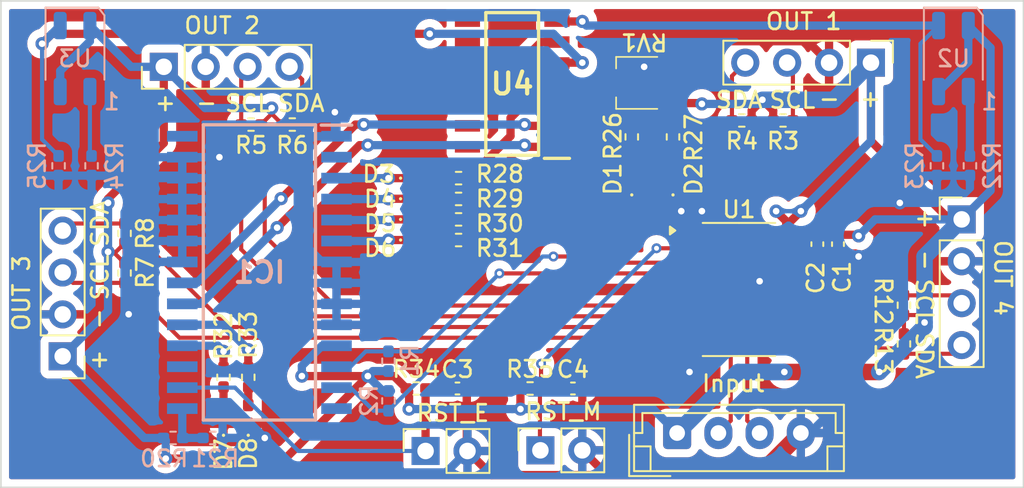
<source format=kicad_pcb>
(kicad_pcb (version 20240108) (generator "pcbnew") (generator_version "8.0")
  (layers (0 "F.Cu" signal) (31 "B.Cu" signal) (34 "B.Paste" user) (35 "F.Paste" user) (36 "B.SilkS" user "B.Silkscreen") (37 "F.SilkS" user "F.Silkscreen") (38 "B.Mask" user) (39 "F.Mask" user) (44 "Edge.Cuts" user))
  (net 0 "")
  (net 1 "+3.3V")
  (net 2 "GND")
  (net 3 "SC0")
  (net 4 "SD0")
  (net 5 "SC1")
  (net 6 "SD1")
  (net 7 "SC2")
  (net 8 "SD2")
  (net 9 "SC3")
  (net 10 "SD3")
  (net 11 "GPA1")
  (net 12 "SDA")
  (net 13 "SCL")
  (net 14 "SC4")
  (net 15 "SD4")
  (net 16 "Net-(D1-A)")
  (net 17 "Net-(D2-A)")
  (net 18 "GPA0")
  (net 19 "GPB0")
  (net 20 "Net-(D3-A)")
  (net 21 "Net-(D4-A)")
  (net 22 "GPB1")
  (net 23 "GPB2")
  (net 24 "Net-(D5-A)")
  (net 25 "GPB3")
  (net 26 "Net-(D6-A)")
  (net 31 "RST_E")
  (net 32 "INTA")
  (net 33 "INTB")
  (net 34 "Net-(IC1-ADDR)")
  (net 35 "RST_M")
  (net 36 "Net-(U2-K)")
  (net 37 "IR_SENSE0")
  (net 38 "Net-(U3-K)")
  (net 39 "IR_SENSE1")
  (net 40 "V_REF")
  (net 47 "Net-(D7-A)")
  (net 48 "Net-(D8-A)")
  (footprint "Capacitor_SMD:C_0402_1005Metric_Pad0.74x0.62mm_HandSolder" (layer "F.Cu") (at 227.5 142.5 -90)
    (property "Reference" "C1")
    (property "Value" "22uF" (hide yes))
  )
  (footprint "Resistor_SMD:R_0402_1005Metric_Pad0.72x0.64mm_HandSolder" (layer "F.Cu") (at 191.75 150.5725 -90)
    (property "Reference" "R33")
    (property "Value" "330R" (hide yes))
  )
  (footprint "User_defined_footprints:Potencjometr 3,2x3,4" (layer "F.Cu") (at 215.75 132.75 180)
    (property "Reference" "RV1")
    (property "Value" "10kR" (hide yes))
  )
  (footprint "Resistor_SMD:R_0402_1005Metric_Pad0.72x0.64mm_HandSolder" (layer "F.Cu") (at 204.5 138.5 180)
    (property "Reference" "R28")
    (property "Value" "330R" (hide yes))
  )
  (footprint "Resistor_SMD:R_0402_1005Metric_Pad0.72x0.64mm_HandSolder" (layer "F.Cu") (at 204.5 141 180)
    (property "Reference" "R30")
    (property "Value" "330R" (hide yes))
  )
  (footprint "Connector_JST:JST_EH_B4B-EH-A_1x04_P2.50mm_Vertical" (layer "F.Cu") (at 217.75 153.95)
    (property "Reference" "J1" (hide yes))
    (property "Value" "Input")
  )
  (footprint "Resistor_SMD:R_0402_1005Metric_Pad0.72x0.64mm_HandSolder" (layer "F.Cu") (at 190.25 150.5725 -90)
    (property "Reference" "R32")
    (property "Value" "330R" (hide yes))
  )
  (footprint "Resistor_SMD:R_0402_1005Metric_Pad0.72x0.64mm_HandSolder" (layer "F.Cu") (at 184.25 141.8475 90)
    (property "Reference" "R8")
    (property "Value" "2,2kR" (hide yes))
  )
  (footprint "LED_SMD:LED_0402_1005Metric_Pad0.77x0.64mm_HandSolder" (layer "F.Cu") (at 202.25 141)
    (property "Reference" "D5")
    (property "Value" "LED" (hide yes))
  )
  (footprint "Resistor_SMD:R_0402_1005Metric_Pad0.72x0.64mm_HandSolder" (layer "F.Cu") (at 184.25 144.25 -90)
    (property "Reference" "R7")
    (property "Value" "2,2kR" (hide yes))
  )
  (footprint "Capacitor_SMD:C_0402_1005Metric_Pad0.74x0.62mm_HandSolder" (layer "F.Cu") (at 204.4325 151.25)
    (property "Reference" "C3")
    (property "Value" "100nF" (hide yes))
  )
  (footprint "Resistor_SMD:R_0402_1005Metric_Pad0.72x0.64mm_HandSolder" (layer "F.Cu") (at 221.67 135 180)
    (property "Reference" "R4")
    (property "Value" "2,2kR" (hide yes))
  )
  (footprint "LED_SMD:LED_0402_1005Metric_Pad0.77x0.64mm_HandSolder" (layer "F.Cu") (at 202.25 138.5)
    (property "Reference" "D3")
    (property "Value" "LED" (hide yes))
  )
  (footprint "Package_SO:TSSOP-24_4.4x7.8mm_P0.65mm" (layer "F.Cu") (at 221.5 145.25)
    (property "Reference" "U1")
    (property "Value" "TCA9548APWR")
  )
  (footprint "Resistor_SMD:R_0402_1005Metric_Pad0.72x0.64mm_HandSolder" (layer "F.Cu") (at 194.42 135.25)
    (property "Reference" "R6")
    (property "Value" "2,2kR" (hide yes))
  )
  (footprint "Connector_PinSocket_2.54mm:PinSocket_1x02_P2.54mm_Vertical" (layer "F.Cu") (at 209.46 155 90)
    (property "Reference" "J6" (hide yes))
    (property "Value" "RST_M")
  )
  (footprint "Resistor_SMD:R_0402_1005Metric_Pad0.72x0.64mm_HandSolder" (layer "F.Cu") (at 217.5 136 -90)
    (property "Reference" "R27")
    (property "Value" "330R" (hide yes))
  )
  (footprint "LED_SMD:LED_0402_1005Metric_Pad0.77x0.64mm_HandSolder" (layer "F.Cu") (at 217.5 138.25 90)
    (property "Reference" "D2")
    (property "Value" "LED" (hide yes))
  )
  (footprint "Resistor_SMD:R_0402_1005Metric_Pad0.72x0.64mm_HandSolder" (layer "F.Cu") (at 208.835 151.25)
    (property "Reference" "R35")
    (property "Value" "2,2kR" (hide yes))
  )
  (footprint "LED_SMD:LED_0402_1005Metric_Pad0.77x0.64mm_HandSolder" (layer "F.Cu") (at 202.25 139.75)
    (property "Reference" "D4")
    (property "Value" "LED" (hide yes))
  )
  (footprint "Resistor_SMD:R_0402_1005Metric_Pad0.72x0.64mm_HandSolder" (layer "F.Cu") (at 231.5 146.2025 90)
    (property "Reference" "R12")
    (property "Value" "2,2kR" (hide yes))
  )
  (footprint "Resistor_SMD:R_0402_1005Metric_Pad0.72x0.64mm_HandSolder" (layer "F.Cu") (at 191.92 135.25 180)
    (property "Reference" "R5")
    (property "Value" "2,2kR" (hide yes))
  )
  (footprint "Connector_PinHeader_2.54mm:PinHeader_1x04_P2.54mm_Vertical" (layer "F.Cu") (at 186.63 131.75 90)
    (property "Reference" "J3" (hide yes))
    (property "Value" "OUT 2")
  )
  (footprint "Connector_PinHeader_2.54mm:PinHeader_1x04_P2.54mm_Vertical" (layer "F.Cu") (at 229.5 131.5 -90)
    (property "Reference" "J2" (hide yes))
    (property "Value" "OUT 1")
  )
  (footprint "Resistor_SMD:R_0402_1005Metric_Pad0.72x0.64mm_HandSolder" (layer "F.Cu") (at 215 136 -90)
    (property "Reference" "R26")
    (property "Value" "330R" (hide yes))
  )
  (footprint "Capacitor_SMD:C_0402_1005Metric_Pad0.74x0.62mm_HandSolder" (layer "F.Cu") (at 226.25 142.5 -90)
    (property "Reference" "C2")
    (property "Value" "100nF" (hide yes))
  )
  (footprint "Capacitor_SMD:C_0402_1005Metric_Pad0.74x0.62mm_HandSolder" (layer "F.Cu") (at 211.4325 151.25)
    (property "Reference" "C4")
    (property "Value" "100nF" (hide yes))
  )
  (footprint "LED_SMD:LED_0402_1005Metric_Pad0.77x0.64mm_HandSolder" (layer "F.Cu") (at 215 138.25 90)
    (property "Reference" "D1")
    (property "Value" "LED" (hide yes))
  )
  (footprint "Resistor_SMD:R_0402_1005Metric_Pad0.72x0.64mm_HandSolder" (layer "F.Cu") (at 224.17 135)
    (property "Reference" "R3")
    (property "Value" "2,2kR" (hide yes))
  )
  (footprint "Connector_PinHeader_2.54mm:PinHeader_1x04_P2.54mm_Vertical" (layer "F.Cu") (at 235 141)
    (property "Reference" "J5" (hide yes))
    (property "Value" "OUT 4")
  )
  (footprint "User_defined_footprints:SOIC127P600X175-14N" (layer "F.Cu") (at 207.75 132.79 180)
    (property "Reference" "U4")
    (property "Value" "LM2901" (hide yes))
  )
  (footprint "Resistor_SMD:R_0402_1005Metric_Pad0.72x0.64mm_HandSolder" (layer "F.Cu") (at 204.5 142.25 180)
    (property "Reference" "R31")
    (property "Value" "330R" (hide yes))
  )
  (footprint "Resistor_SMD:R_0402_1005Metric_Pad0.72x0.64mm_HandSolder" (layer "F.Cu") (at 204.5 139.76 180)
    (property "Reference" "R29")
    (property "Value" "330R" (hide yes))
  )
  (footprint "Connector_PinHeader_2.54mm:PinHeader_1x04_P2.54mm_Vertical" (layer "F.Cu") (at 180.5 149.3 180)
    (property "Reference" "J4" (hide yes))
    (property "Value" "OUT 3")
  )
  (footprint "Resistor_SMD:R_0402_1005Metric_Pad0.72x0.64mm_HandSolder" (layer "F.Cu") (at 231.5 148.55 -90)
    (property "Reference" "R13")
    (property "Value" "2,2kR" (hide yes))
  )
  (footprint "LED_SMD:LED_0402_1005Metric_Pad0.77x0.64mm_HandSolder" (layer "F.Cu") (at 202.25 142.25)
    (property "Reference" "D6")
    (property "Value" "LED" (hide yes))
  )
  (footprint "Resistor_SMD:R_0402_1005Metric_Pad0.72x0.64mm_HandSolder" (layer "F.Cu") (at 201.9325 151.25)
    (property "Reference" "R34")
    (property "Value" "2,2kR" (hide yes))
  )
  (footprint "Connector_PinSocket_2.54mm:PinSocket_1x02_P2.54mm_Vertical" (layer "F.Cu") (at 202.5 155.04 90)
    (property "Reference" "J7" (hide yes))
    (property "Value" "RST_E")
  )
  (footprint "LED_SMD:LED_0402_1005Metric_Pad0.77x0.64mm_HandSolder" (layer "F.Cu") (at 190.25 152.8225 90)
    (property "Reference" "D7")
    (property "Value" "LED" (hide yes))
  )
  (footprint "LED_SMD:LED_0402_1005Metric_Pad0.77x0.64mm_HandSolder" (layer "F.Cu") (at 191.75 152.8225 90)
    (property "Reference" "D8")
    (property "Value" "LED" (hide yes))
  )
  (footprint "Resistor_SMD:R_0402_1005Metric_Pad0.72x0.64mm_HandSolder" (layer "B.Cu") (at 200.25 149.5975 90)
    (property "Reference" "R1")
    (property "Value" "2,2kR" (hide yes))
  )
  (footprint "Resistor_SMD:R_0402_1005Metric_Pad0.72x0.64mm_HandSolder" (layer "B.Cu") (at 235.5 137.75 -90)
    (property "Reference" "R22")
    (property "Value" "110R" (hide yes))
  )
  (footprint "Resistor_SMD:R_0402_1005Metric_Pad0.72x0.64mm_HandSolder" (layer "B.Cu") (at 182.25 137.75 -90)
    (property "Reference" "R24")
    (property "Value" "110R" (hide yes))
  )
  (footprint "Resistor_SMD:R_0402_1005Metric_Pad0.72x0.64mm_HandSolder" (layer "B.Cu") (at 187.195 154.25)
    (property "Reference" "R20")
    (property "Value" "1kR" (hide yes))
  )
  (footprint "OptoDevice:Everlight_ITR1201SR10AR" (layer "B.Cu") (at 234.5 131.25 180)
    (property "Reference" "U2")
    (property "Value" "ITR8307-S17-TR8" (hide yes))
  )
  (footprint "Resistor_SMD:R_0402_1005Metric_Pad0.72x0.64mm_HandSolder" (layer "B.Cu") (at 189.5975 154.25)
    (property "Reference" "R21")
    (property "Value" "15kR" (hide yes))
  )
  (footprint "Resistor_SMD:R_0402_1005Metric_Pad0.72x0.64mm_HandSolder" (layer "B.Cu") (at 233.5 137.75 -90)
    (property "Reference" "R23")
    (property "Value" "22kR" (hide yes))
  )
  (footprint "OptoDevice:Everlight_ITR1201SR10AR" (layer "B.Cu") (at 181.25 131.25 180)
    (property "Reference" "U3")
    (property "Value" "ITR8307-S17-TR8" (hide yes))
  )
  (footprint "Resistor_SMD:R_0402_1005Metric_Pad0.72x0.64mm_HandSolder" (layer "B.Cu") (at 200.25 152 -90)
    (property "Reference" "R2")
    (property "Value" "2,2kR" (hide yes))
  )
  (footprint "Resistor_SMD:R_0402_1005Metric_Pad0.72x0.64mm_HandSolder" (layer "B.Cu") (at 180.25 137.75 -90)
    (property "Reference" "R25")
    (property "Value" "22kR" (hide yes))
  )
  (footprint "User_defined_footprints:SOIC127P1030X265-28N" (layer "B.Cu") (at 192.425 144.215 180)
    (property "Reference" "IC1")
    (property "Value" "MCP23018-E_SO" (hide yes))
  )
  (gr_rect (start 176.75 127.75) (end 238.75 157.25) (stroke (width 0.1)) (fill none) (layer "Edge.Cuts"))
  (gr_text "+" (at 228.75 134.25 0) (layer "F.SilkS") (effects (font (size 1 1) (thickness 0.16)) (justify left bottom)))
  (gr_text "SCL" (at 232.15 144.5 -90) (layer "F.SilkS") (effects (font (size 1 1) (thickness 0.16) (bold yes)) (justify left bottom)))
  (gr_text "+" (at 232.25 140.25 -90) (layer "F.SilkS") (effects (font (size 1 1) (thickness 0.16)) (justify left bottom)))
  (gr_text "SDA" (at 183.35 142.75 90) (layer "F.SilkS") (effects (font (size 1 1) (thickness 0.16) (bold yes)) (justify left bottom)))
  (gr_text "SCL" (at 190.25 134.55 0) (layer "F.SilkS") (effects (font (size 1 1) (thickness 0.16) (bold yes)) (justify left bottom)))
  (gr_text "SCL" (at 223.25 134.35 0) (layer "F.SilkS") (effects (font (size 1 1) (thickness 0.16) (bold yes)) (justify left bottom)))
  (gr_text "-" (at 226.25 134.25 0) (layer "F.SilkS") (effects (font (size 1 1) (thickness 0.16)) (justify left bottom)))
  (gr_text "-" (at 183.25 147.75 90) (layer "F.SilkS") (effects (font (size 1 1) (thickness 0.16)) (justify left bottom)))
  (gr_text "+" (at 186 134.5 0) (layer "F.SilkS") (effects (font (size 1 1) (thickness 0.16)) (justify left bottom)))
  (gr_text "-" (at 232.25 142.75 -90) (layer "F.SilkS") (effects (font (size 1 1) (thickness 0.16)) (justify left bottom)))
  (gr_text "+" (at 183.25 150.25 90) (layer "F.SilkS") (effects (font (size 1 1) (thickness 0.16)) (justify left bottom)))
  (gr_text "SDA" (at 232.15 147.75 -90) (layer "F.SilkS") (effects (font (size 1 1) (thickness 0.16) (bold yes)) (justify left bottom)))
  (gr_text "SDA" (at 193.45 134.55 0) (layer "F.SilkS") (effects (font (size 1 1) (thickness 0.16) (bold yes)) (justify left bottom)))
  (gr_text "SDA" (at 220 134.35 0) (layer "F.SilkS") (effects (font (size 1 1) (thickness 0.16) (bold yes)) (justify left bottom)))
  (gr_text "SCL" (at 183.35 146 90) (layer "F.SilkS") (effects (font (size 1 1) (thickness 0.16) (bold yes)) (justify left bottom)))
  (gr_text "-" (at 188.5 134.5 0) (layer "F.SilkS") (effects (font (size 1 1) (thickness 0.16)) (justify left bottom)))
  (segment (start 217.55 133.95) (end 219.2 133.95) (width 0.5) (layer "F.Cu") (net 1))
  (segment (start 193.17 134.25) (end 193.17 134.5975) (width 0.25) (layer "F.Cu") (net 1))
  (segment (start 201.5 152.5) (end 201.5 151.415) (width 0.5) (layer "F.Cu") (net 1))
  (segment (start 224.3625 141.3875) (end 225.25 140.5) (width 0.5) (layer "F.Cu") (net 1))
  (segment (start 217.55 135.3525) (end 217.5 135.4025) (width 0.5) (layer "F.Cu") (net 1))
  (segment (start 232.3 146.8) (end 232.75 147.25) (width 0.25) (layer "F.Cu") (net 1))
  (segment (start 225.9925 141.675) (end 226.25 141.9325) (width 0.25) (layer "F.Cu") (net 1))
  (segment (start 222.2675 135) (end 223.5725 135) (width 0.25) (layer "F.Cu") (net 1))
  (segment (start 222.2675 135) (end 222.2675 134.4025) (width 0.5) (layer "F.Cu") (net 1))
  (segment (start 217.55 133.95) (end 217.55 135.3525) (width 0.5) (layer "F.Cu") (net 1))
  (segment (start 232.0475 147.9525) (end 232.75 147.25) (width 0.25) (layer "F.Cu") (net 1))
  (segment (start 183.25 142.97) (end 183.725 142.97) (width 0.25) (layer "F.Cu") (net 1))
  (segment (start 192.5175 135.25) (end 193.8225 135.25) (width 0.25) (layer "F.Cu") (net 1))
  (segment (start 229.5 131.5) (end 229.5 136.25) (width 0.5) (layer "F.Cu") (net 1))
  (segment (start 205.0975 142.25) (end 205.0975 138.5) (width 0.5) (layer "F.Cu") (net 1))
  (segment (start 183.725 142.97) (end 184.25 142.445) (width 0.25) (layer "F.Cu") (net 1))
  (segment (start 207.65 134.85) (end 208.44 134.06) (width 0.5) (layer "F.Cu") (net 1))
  (segment (start 231.5 147.9525) (end 232.0475 147.9525) (width 0.25) (layer "F.Cu") (net 1))
  (segment (start 208.25 151.2625) (end 208.2375 151.25) (width 0.5) (layer "F.Cu") (net 1))
  (segment (start 193.8225 135.25) (end 193.17 134.5975) (width 0.25) (layer "F.Cu") (net 1))
  (segment (start 205.0975 138.5) (end 207.65 135.9475) (width 0.5) (layer "F.Cu") (net 1))
  (segment (start 184.25 143.6525) (end 183.5675 142.97) (width 0.25) (layer "F.Cu") (net 1))
  (segment (start 183.25 140) (end 183.25 139.75) (width 0.5) (layer "F.Cu") (net 1))
  (segment (start 223.5725 135) (end 223.5725 134.4025) (width 0.5) (layer "F.Cu") (net 1))
  (segment (start 217.44 134.06) (end 217.55 133.95) (width 0.5) (layer "F.Cu") (net 1))
  (segment (start 207.65 135.9475) (end 207.65 134.85) (width 0.5) (layer "F.Cu") (net 1))
  (segment (start 210.462 134.06) (end 217.44 134.06) (width 0.5) (layer "F.Cu") (net 1))
  (segment (start 231.5 146.8) (end 231.5 147.9525) (width 0.25) (layer "F.Cu") (net 1))
  (segment (start 200.585 150.5) (end 201.335 151.25) (width 0.5) (layer "F.Cu") (net 1))
  (segment (start 231.5 146.8) (end 232.3 146.8) (width 0.25) (layer "F.Cu") (net 1))
  (segment (start 223.5725 134.4025) (end 222.92 133.75) (width 0.5) (layer "F.Cu") (net 1))
  (segment (start 226.25 141.9325) (end 227.5 141.9325) (width 0.5) (layer "F.Cu") (net 1))
  (segment (start 227.5 141.9325) (end 228.6825 141.9325) (width 0.5) (layer "F.Cu") (net 1))
  (segment (start 224.3625 141.675) (end 225.9925 141.675) (width 0.25) (layer "F.Cu") (net 1))
  (segment (start 183.25 139.75) (end 186.63 136.37) (width 0.5) (layer "F.Cu") (net 1))
  (segment (start 195 150.5) (end 199 150.5) (width 0.5) (layer "F.Cu") (net 1))
  (segment (start 186.63 136.37) (end 186.63 131.75) (width 0.5) (layer "F.Cu") (net 1))
  (segment (start 208.44 134.06) (end 210.462 134.06) (width 0.5) (layer "F.Cu") (net 1))
  (segment (start 224.3625 141.675) (end 224.3625 141.1125) (width 0.5) (layer "F.Cu") (net 1))
  (segment (start 193.17 134.5975) (end 192.5175 135.25) (width 0.25) (layer "F.Cu") (net 1))
  (segment (start 234.25 141) (end 235 141) (width 0.5) (layer "F.Cu") (net 1))
  (segment (start 229.5 136.25) (end 234.25 141) (width 0.5) (layer "F.Cu") (net 1))
  (segment (start 224.3625 141.1125) (end 224.3625 141.3875) (width 0.25) (layer "F.Cu") (net 1))
  (segment (start 224.3625 141.1125) (end 223.75 140.5) (width 0.5) (layer "F.Cu") (net 1))
  (segment (start 222.2675 134.4025) (end 222.92 133.75) (width 0.5) (layer "F.Cu") (net 1))
  (segment (start 199 150.5) (end 200.585 150.5) (width 0.5) (layer "F.Cu") (net 1))
  (segment (start 199 150.5) (end 194 155.5) (width 0.5) (layer "F.Cu") (net 1))
  (segment (start 183.5675 142.97) (end 183.25 142.97) (width 0.25) (layer "F.Cu") (net 1))
  (segment (start 208.25 152.5) (end 208.25 151.2625) (width 0.5) (layer "F.Cu") (net 1))
  (segment (start 230 150.25) (end 224.25 150.25) (width 1) (layer "F.Cu") (net 1))
  (segment (start 201.5 151.415) (end 201.335 151.25) (width 0.5) (layer "F.Cu") (net 1))
  (segment (start 184.25 142.445) (end 184.25 143.6525) (width 0.25) (layer "F.Cu") (net 1))
  (segment (start 219.2 133.95) (end 219.25 134) (width 0.5) (layer "F.Cu") (net 1))
  (segment (start 217.5 135.4025) (end 215 135.4025) (width 0.5) (layer "F.Cu") (net 1))
  (segment (start 194 155.5) (end 186.75 155.5) (width 0.5) (layer "F.Cu") (net 1))
  (segment (start 228.6825 141.9325) (end 228.75 142) (width 0.5) (layer "F.Cu") (net 1))
  (segment (start 224.3625 141.675) (end 224.3625 141.3875) (width 0.5) (layer "F.Cu") (net 1))
  (via (at 183.25 142.97) (size 0.8) (drill 0.4) (layers "F.Cu" "B.Cu") (net 1))
  (via (at 232.75 147.25) (size 0.8) (drill 0.4) (layers "F.Cu" "B.Cu") (net 1))
  (via (at 228.75 142) (size 0.8) (drill 0.4) (layers "F.Cu" "B.Cu") (net 1))
  (via (at 186.75 155.5) (size 0.8) (drill 0.4) (layers "F.Cu" "B.Cu") (net 1))
  (via (at 230 150.25) (size 0.8) (drill 0.4) (layers "F.Cu" "B.Cu") (net 1))
  (via (at 222.92 133.75) (size 0.8) (drill 0.4) (layers "F.Cu" "B.Cu") (net 1))
  (via (at 199 150.5) (size 0.8) (drill 0.4) (layers "F.Cu" "B.Cu") (net 1))
  (via (at 183.25 140) (size 0.8) (drill 0.4) (layers "F.Cu" "B.Cu") (net 1))
  (via (at 201.5 152.5) (size 0.8) (drill 0.4) (layers "F.Cu" "B.Cu") (net 1))
  (via (at 193.17 134.25) (size 0.8) (drill 0.4) (layers "F.Cu" "B.Cu") (net 1))
  (via (at 224.25 150.25) (size 0.8) (drill 0.4) (layers "F.Cu" "B.Cu") (net 1))
  (via (at 225.25 140.5) (size 0.8) (drill 0.4) (layers "F.Cu" "B.Cu") (net 1))
  (via (at 208.25 152.5) (size 0.8) (drill 0.4) (layers "F.Cu" "B.Cu") (net 1))
  (via (at 223.75 140.5) (size 0.8) (drill 0.4) (layers "F.Cu" "B.Cu") (net 1))
  (via (at 219.25 134) (size 0.8) (drill 0.4) (layers "F.Cu" "B.Cu") (net 1))
  (via (at 195 150.5) (size 0.8) (drill 0.4) (layers "F.Cu" "B.Cu") (net 1))
  (segment (start 183.25 142.97) (end 183.25 140) (width 0.5) (layer "B.Cu") (net 1))
  (segment (start 229.5 136.25) (end 229.5 131.5) (width 0.5) (layer "B.Cu") (net 1))
  (segment (start 222.67 134) (end 222.92 133.75) (width 0.5) (layer "B.Cu") (net 1))
  (segment (start 235.4 129.25) (end 236.75 130.6) (width 0.5) (layer "B.Cu") (net 1))
  (segment (start 235 141) (end 232.75 143.25) (width 1) (layer "B.Cu") (net 1))
  (segment (start 185.45 154.25) (end 180.5 149.3) (width 0.5) (layer "B.Cu") (net 1))
  (segment (start 200.4025 151.4025) (end 200.25 151.4025) (width 0.5) (layer "B.Cu") (net 1))
  (segment (start 225.25 140.5) (end 229.5 136.25) (width 0.5) (layer "B.Cu") (net 1))
  (segment (start 217.75 153.95) (end 216.3 152.5) (width 0.5) (layer "B.Cu") (net 1))
  (segment (start 183.25 146.55) (end 183.25 142.97) (width 0.5) (layer "B.Cu") (net 1))
  (segment (start 207.75 152.5) (end 201.5 152.5) (width 0.5) (layer "B.Cu") (net 1))
  (segment (start 224.25 140.5) (end 223.75 140.5) (width 0.25) (layer "B.Cu") (net 1))
  (segment (start 196.22 148.66) (end 195 149.88) (width 0.5) (layer "B.Cu") (net 1))
  (segment (start 182.15 129.25) (end 182.15 130.2) (width 0.5) (layer "B.Cu") (net 1))
  (segment (start 199.305 150.195) (end 199 150.5) (width 0.5) (layer "B.Cu") (net 1))
  (segment (start 186.75 154.4025) (end 186.5975 154.25) (width 0.5) (layer "B.Cu") (net 1))
  (segment (start 229.5 131.5) (end 227.25 133.75) (width 1) (layer "B.Cu") (net 1))
  (segment (start 184.65 131.75) (end 182.15 129.25) (width 0.5) (layer "B.Cu") (net 1))
  (segment (start 197.1 148.66) (end 196.22 148.66) (width 0.5) (layer "B.Cu") (net 1))
  (segment (start 186.5975 154.25) (end 185.45 154.25) (width 0.5) (layer "B.Cu") (net 1))
  (segment (start 232.75 147.25) (end 232.75 147.5) (width 1) (layer "B.Cu") (net 1))
  (segment (start 216.3 152.5) (end 208.25 152.5) (width 0.5) (layer "B.Cu") (net 1))
  (segment (start 219.25 134) (end 222.67 134) (width 0.5) (layer "B.Cu") (net 1))
  (segment (start 229.75 141) (end 235 141) (width 0.5) (layer "B.Cu") (net 1))
  (segment (start 195 149.88) (end 195 150.5) (width 0.5) (layer "B.Cu") (net 1))
  (segment (start 228.75 142) (end 229.75 141) (width 0.5) (layer "B.Cu") (net 1))
  (segment (start 200.25 151.4025) (end 199.9025 151.4025) (width 0.5) (layer "B.Cu") (net 1))
  (segment (start 236.75 139.25) (end 235 141) (width 0.5) (layer "B.Cu") (net 1))
  (segment (start 221.45 150.25) (end 224.25 150.25) (width 1) (layer "B.Cu") (net 1))
  (segment (start 199.9025 151.4025) (end 199 150.5) (width 0.5) (layer "B.Cu") (net 1))
  (segment (start 232.75 143.25) (end 232.75 147.25) (width 1) (layer "B.Cu") (net 1))
  (segment (start 180.35 132) (end 180.35 133.25) (width 0.5) (layer "B.Cu") (net 1))
  (segment (start 225.25 140.5) (end 224.5 140.5) (width 0.25) (layer "B.Cu") (net 1))
  (segment (start 235.4 131.45) (end 233.6 133.25) (width 0.5) (layer "B.Cu") (net 1))
  (segment (start 200.25 150.195) (end 199.305 150.195) (width 0.5) (layer "B.Cu") (net 1))
  (segment (start 224.5 140.5) (end 224.25 140.5) (width 0.25) (layer "B.Cu") (net 1))
  (segment (start 208.25 152.5) (end 207.75 152.5) (width 0.5) (layer "B.Cu") (net 1))
  (segment (start 186.63 131.75) (end 189.13 134.25) (width 0.5) (layer "B.Cu") (net 1))
  (segment (start 186.75 155.5) (end 186.75 154.4025) (width 0.5) (layer "B.Cu") (net 1))
  (segment (start 180.5 149.3) (end 183.25 146.55) (width 0.5) (layer "B.Cu") (net 1))
  (segment (start 232.75 147.5) (end 230 150.25) (width 1) (layer "B.Cu") (net 1))
  (segment (start 227.25 133.75) (end 222.92 133.75) (width 1) (layer "B.Cu") (net 1))
  (segment (start 182.15 130.2) (end 180.35 132) (width 0.5) (layer "B.Cu") (net 1))
  (segment (start 235.4 129.25) (end 235.4 131.45) (width 0.5) (layer "B.Cu") (net 1))
  (segment (start 217.75 153.95) (end 221.45 150.25) (width 1) (layer "B.Cu") (net 1))
  (segment (start 186.63 131.75) (end 184.65 131.75) (width 0.5) (layer "B.Cu") (net 1))
  (segment (start 189.13 134.25) (end 193.17 134.25) (width 0.5) (layer "B.Cu") (net 1))
  (segment (start 236.75 130.6) (end 236.75 139.25) (width 0.5) (layer "B.Cu") (net 1))
  (segment (start 192.605 154.25) (end 191.75 153.395) (width 0.5) (layer "F.Cu") (net 2))
  (segment (start 231.25 140) (end 231.25 143.25) (width 0.5) (layer "F.Cu") (net 2))
  (segment (start 206.5 156.5) (end 216 156.5) (width 0.5) (layer "F.Cu") (net 2))
  (segment (start 213 156) (end 216.5 156) (width 0.5) (layer "F.Cu") (net 2))
  (segment (start 216.5 156) (end 215.5 155) (width 1) (layer "F.Cu") (net 2))
  (segment (start 215.5 155) (end 215.5 152.75) (width 1) (layer "F.Cu") (net 2))
  (segment (start 184.49 146.76) (end 184.5 146.75) (width 0.5) (layer "F.Cu") (net 2))
  (segment (start 205.038 134.06) (end 197.44 134.06) (width 0.5) (layer "F.Cu") (net 2))
  (segment (start 228.5675 143.0675) (end 228.75 143.25) (width 0.5) (layer "F.Cu") (net 2))
  (segment (start 189.17 136.4) (end 190 137.23) (width 0.5) (layer "F.Cu") (net 2))
  (segment (start 225.25 153.95) (end 223.2 156) (width 1) (layer "F.Cu") (net 2))
  (segment (start 215.5 152.75) (end 218 150.25) (width 1) (layer "F.Cu") (net 2))
  (segment (start 218.6375 141.1375) (end 218 140.5) (width 0.5) (layer "F.Cu") (net 2))
  (segment (start 225.6925 143.625) (end 226.25 143.0675) (width 0.25) (layer "F.Cu") (net 2))
  (segment (start 223.2 156) (end 216.5 156) (width 1) (layer "F.Cu") (net 2))
  (segment (start 189.17 131.75) (end 189.17 136.4) (width 0.5) (layer "F.Cu") (net 2))
  (segment (start 222.75 144.369412) (end 223.494412 143.625) (width 0.5) (layer "F.Cu") (net 2))
  (segment (start 192.75 154.25) (end 192.605 154.25) (width 0.5) (layer "F.Cu") (net 2))
  (segment (start 231.25 143.25) (end 231.54 143.54) (width 0.5) (layer "F.Cu") (net 2))
  (segment (start 212 151.25) (end 212 155) (width 0.25) (layer "F.Cu") (net 2))
  (segment (start 216 156.5) (end 216.5 156) (width 0.5) (layer "F.Cu") (net 2))
  (segment (start 180.5 146.76) (end 184.49 146.76) (width 0.5) (layer "F.Cu") (net 2))
  (segment (start 223.494412 143.625) (end 224.3625 143.625) (width 0.5) (layer "F.Cu") (net 2))
  (segment (start 218.5 148.9625) (end 218.6375 148.825) (width 0.5) (layer "F.Cu") (net 2))
  (segment (start 217.35 131.75) (end 217.55 131.55) (width 0.5) (layer "F.Cu") (net 2))
  (segment (start 218.6375 142.325) (end 218.6375 141.675) (width 0.25) (layer "F.Cu") (net 2))
  (segment (start 218.6375 141.1125) (end 219.25 140.5) (width 0.5) (layer "F.Cu") (net 2))
  (segment (start 205.04 155.04) (end 206.5 156.5) (width 0.5) (layer "F.Cu") (net 2))
  (segment (start 227.5 143.0675) (end 228.5675 143.0675) (width 0.5) (layer "F.Cu") (net 2))
  (segment (start 197.44 134.06) (end 197 134.5) (width 0.5) (layer "F.Cu") (net 2))
  (segment (start 205 155) (end 205.04 155.04) (width 0.5) (layer "F.Cu") (net 2))
  (segment (start 218.5 150.25) (end 218.5 148.9625) (width 0.5) (layer "F.Cu") (net 2))
  (segment (start 225.66 130.2) (end 226.96 131.5) (width 0.5) (layer "F.Cu") (net 2))
  (segment (start 218.6375 141.675) (end 218.6375 141.1125) (width 0.5) (layer "F.Cu") (net 2))
  (segment (start 218.9 130.2) (end 225.66 130.2) (width 0.5) (layer "F.Cu") (net 2))
  (segment (start 231.54 143.54) (end 235 143.54) (width 0.5) (layer "F.Cu") (net 2))
  (segment (start 226.96 131.5) (end 226.96 138.96) (width 0.5) (layer "F.Cu") (net 2))
  (segment (start 190.25 153.395) (end 191.75 153.395) (width 0.5) (layer "F.Cu") (net 2))
  (segment (start 226.96 138.96) (end 231.54 143.54) (width 0.5) (layer "F.Cu") (net 2))
  (segment (start 217.55 131.55) (end 218.9 130.2) (width 0.5) (layer "F.Cu") (net 2))
  (segment (start 218.6125 141.1125) (end 218.6375 141.1125) (width 0.5) (layer "F.Cu") (net 2))
  (segment (start 218 150.25) (end 218.5 150.25) (width 1) (layer "F.Cu") (net 2))
  (segment (start 224.3625 143.625) (end 225.6925 143.625) (width 0.25) (layer "F.Cu") (net 2))
  (segment (start 222.75 144.75) (end 222.75 144.369412) (width 0.5) (layer "F.Cu") (net 2))
  (segment (start 226.25 143.0675) (end 227.5 143.0675) (width 0.5) (layer "F.Cu") (net 2))
  (segment (start 218.6375 142.325) (end 218.6375 141.1375) (width 0.5) (layer "F.Cu") (net 2))
  (segment (start 218 140.5) (end 218.6125 141.1125) (width 0.5) (layer "F.Cu") (net 2))
  (segment (start 205 151.25) (end 205 155) (width 0.5) (layer "F.Cu") (net 2))
  (segment (start 212 155) (end 213 156) (width 0.5) (layer "F.Cu") (net 2))
  (segment (start 215.75 131.75) (end 217.35 131.75) (width 0.5) (layer "F.Cu") (net 2))
  (via (at 184.5 146.75) (size 0.8) (drill 0.4) (layers "F.Cu" "B.Cu") (net 2))
  (via (at 192.75 154.25) (size 0.8) (drill 0.4) (layers "F.Cu" "B.Cu") (net 2))
  (via (at 197 134.5) (size 0.8) (drill 0.4) (layers "F.Cu" "B.Cu") (net 2))
  (via (at 222.75 144.75) (size 0.8) (drill 0.4) (layers "F.Cu" "B.Cu") (net 2))
  (via (at 231.25 140) (size 0.8) (drill 0.4) (layers "F.Cu" "B.Cu") (net 2))
  (via (at 215.75 131.75) (size 0.8) (drill 0.4) (layers "F.Cu" "B.Cu") (net 2))
  (via (at 228.75 143.25) (size 0.8) (drill 0.4) (layers "F.Cu" "B.Cu") (net 2))
  (via (at 218.5 150.25) (size 0.8) (drill 0.4) (layers "F.Cu" "B.Cu") (net 2))
  (via (at 219.25 140.5) (size 0.8) (drill 0.4) (layers "F.Cu" "B.Cu") (net 2))
  (via (at 218 140.5) (size 0.8) (drill 0.4) (layers "F.Cu" "B.Cu") (net 2))
  (via (at 190 137.23) (size 0.8) (drill 0.4) (layers "F.Cu" "B.Cu") (net 2))
  (segment (start 194.405 137.23) (end 190 137.23) (width 0.5) (layer "B.Cu") (net 2))
  (segment (start 187.75 137.23) (end 187.75 143.58) (width 0.5) (layer "B.Cu") (net 2))
  (segment (start 225.8 153.95) (end 225.25 153.95) (width 0.5) (layer "B.Cu") (net 2))
  (segment (start 197.1 134.4) (end 213.1 134.4) (width 0.5) (layer "B.Cu") (net 2))
  (segment (start 187.5975 138.3475) (end 187.75 138.5) (width 0.5) (layer "B.Cu") (net 2))
  (segment (start 197.1 147.39) (end 197.1 143.58) (width 0.5) (layer "B.Cu") (net 2))
  (segment (start 219.25 140.5) (end 222.75 144) (width 0.5) (layer "B.Cu") (net 2))
  (segment (start 194.84 156.34) (end 192.75 154.25) (width 0.5) (layer "B.Cu") (net 2))
  (segment (start 194.75 142.11) (end 194.75 137.575) (width 0.5) (layer "B.Cu") (net 2))
  (segment (start 236.3 144.84) (end 235 143.54) (width 0.5) (layer "B.Cu") (net 2))
  (segment (start 235.5 138.3475) (end 233.5 138.3475) (width 0.5) (layer "B.Cu") (net 2))
  (segment (start 194.75 137.575) (end 194.405 137.23) (width 0.5) (layer "B.Cu") (net 2))
  (segment (start 232.8 153.95) (end 236.3 150.45) (width 0.5) (layer "B.Cu") (net 2))
  (segment (start 222.75 144) (end 222.75 144.75) (width 0.5) (layer "B.Cu") (net 2))
  (segment (start 196.22 143.58) (end 194.75 142.11) (width 0.5) (layer "B.Cu") (net 2))
  (segment (start 180.25 138.3475) (end 182.25 138.3475) (width 0.25) (layer "B.Cu") (net 2))
  (segment (start 197.1 135.96) (end 195.675 135.96) (width 0.5) (layer "B.Cu") (net 2))
  (segment (start 184.5 145.405) (end 186.325 143.58) (width 0.5) (layer "B.Cu") (net 2))
  (segment (start 219.25 140.5) (end 218 140.5) (width 0.5) (layer "B.Cu") (net 2))
  (segment (start 228.75 143.25) (end 228.75 151) (width 0.5) (layer "B.Cu") (net 2))
  (segment (start 186.325 143.58) (end 187.75 143.58) (width 0.5) (layer "B.Cu") (net 2))
  (segment (start 228.75 151) (end 225.8 153.95) (width 0.5) (layer "B.Cu") (net 2))
  (segment (start 197 134.5) (end 197.1 134.4) (width 0.5) (layer "B.Cu") (net 2))
  (segment (start 190 137.23) (end 187.75 137.23) (width 0.5) (layer "B.Cu") (net 2))
  (segment (start 184.5 146.75) (end 184.5 145.405) (width 0.5) (layer "B.Cu") (net 2))
  (segment (start 182.25 138.3475) (end 187.5975 138.3475) (width 0.5) (layer "B.Cu") (net 2))
  (segment (start 197 135.86) (end 197.1 135.96) (width 0.5) (layer "B.Cu") (net 2))
  (segment (start 236.3 150.45) (end 236.3 144.84) (width 0.5) (layer "B.Cu") (net 2))
  (segment (start 232.9025 138.3475) (end 231.25 140) (width 0.5) (layer "B.Cu") (net 2))
  (segment (start 233.5 138.3475) (end 232.9025 138.3475) (width 0.5) (layer "B.Cu") (net 2))
  (segment (start 213.1 134.4) (end 215.75 131.75) (width 0.5) (layer "B.Cu") (net 2))
  (segment (start 190.195 154.25) (end 192.75 154.25) (width 0.5) (layer "B.Cu") (net 2))
  (segment (start 195.675 135.96) (end 194.405 137.23) (width 0.5) (layer "B.Cu") (net 2))
  (segment (start 225.25 153.95) (end 232.8 153.95) (width 0.5) (layer "B.Cu") (net 2))
  (segment (start 203.74 156.34) (end 194.84 156.34) (width 0.5) (layer "B.Cu") (net 2))
  (segment (start 205.04 155.04) (end 203.74 156.34) (width 0.5) (layer "B.Cu") (net 2))
  (segment (start 197 134.5) (end 197 135.86) (width 0.5) (layer "B.Cu") (net 2))
  (segment (start 197.1 143.58) (end 196.22 143.58) (width 0.5) (layer "B.Cu") (net 2))
  (segment (start 206.975 144.275) (end 218.6375 144.275) (width 0.25) (layer "F.Cu") (net 3))
  (via (at 206.975 144.275) (size 0.6) (drill 0.3) (layers "F.Cu" "B.Cu") (net 3))
  (segment (start 198.875 149) (end 200.25 149) (width 0.25) (layer "B.Cu") (net 3))
  (segment (start 197.945 149.93) (end 198.875 149) (width 0.25) (layer "B.Cu") (net 3))
  (segment (start 206.975 144.275) (end 202.25 149) (width 0.25) (layer "B.Cu") (net 3))
  (segment (start 202.25 149) (end 200.25 149) (width 0.25) (layer "B.Cu") (net 3))
  (segment (start 197.1 149.93) (end 197.945 149.93) (width 0.25) (layer "B.Cu") (net 3))
  (segment (start 210.25 143.25) (end 211.25 143.25) (width 0.25) (layer "F.Cu") (net 4))
  (segment (start 211.625 143.625) (end 218.6375 143.625) (width 0.25) (layer "F.Cu") (net 4))
  (segment (start 211.25 143.25) (end 211.625 143.625) (width 0.25) (layer "F.Cu") (net 4))
  (via (at 210.25 143.25) (size 0.6) (drill 0.3) (layers "F.Cu" "B.Cu") (net 4))
  (segment (start 209.5975 143.25) (end 200.25 152.5975) (width 0.25) (layer "B.Cu") (net 4))
  (segment (start 199.3475 152.5975) (end 200.25 152.5975) (width 0.25) (layer "B.Cu") (net 4))
  (segment (start 197.1 151.2) (end 197.95 151.2) (width 0.25) (layer "B.Cu") (net 4))
  (segment (start 197.95 151.2) (end 199.3475 152.5975) (width 0.25) (layer "B.Cu") (net 4))
  (segment (start 210.25 143.25) (end 209.5975 143.25) (width 0.25) (layer "B.Cu") (net 4))
  (segment (start 220.45 139.3175) (end 224.7675 135) (width 0.25) (layer "F.Cu") (net 5))
  (segment (start 220.45 144.8) (end 220.45 139.3175) (width 0.25) (layer "F.Cu") (net 5))
  (segment (start 218.6375 145.575) (end 219.675 145.575) (width 0.25) (layer "F.Cu") (net 5))
  (segment (start 219.675 145.575) (end 220.45 144.8) (width 0.25) (layer "F.Cu") (net 5))
  (segment (start 224.7675 135) (end 224.7675 131.8475) (width 0.25) (layer "F.Cu") (net 5))
  (segment (start 224.7675 131.8475) (end 224.42 131.5) (width 0.25) (layer "F.Cu") (net 5))
  (segment (start 221.0725 135) (end 221.0725 132.3075) (width 0.25) (layer "F.Cu") (net 6))
  (segment (start 219.374999 144.925) (end 220 144.299999) (width 0.25) (layer "F.Cu") (net 6))
  (segment (start 218.6375 144.925) (end 217.900001 144.925) (width 0.25) (layer "F.Cu") (net 6))
  (segment (start 218.6375 144.925) (end 219.374999 144.925) (width 0.25) (layer "F.Cu") (net 6))
  (segment (start 220 144.299999) (end 220 136.0725) (width 0.25) (layer "F.Cu") (net 6))
  (segment (start 221.0725 132.3075) (end 221.88 131.5) (width 0.25) (layer "F.Cu") (net 6))
  (segment (start 220 136.0725) (end 221.0725 135) (width 0.25) (layer "F.Cu") (net 6))
  (segment (start 191.3225 135.25) (end 191.3225 132.1375) (width 0.25) (layer "F.Cu") (net 7))
  (segment (start 195.375 146.875) (end 191.3225 142.8225) (width 0.25) (layer "F.Cu") (net 7))
  (segment (start 191.3225 132.1375) (end 191.71 131.75) (width 0.25) (layer "F.Cu") (net 7))
  (segment (start 218.6375 146.875) (end 195.375 146.875) (width 0.25) (layer "F.Cu") (net 7))
  (segment (start 191.3225 142.8225) (end 191.3225 135.25) (width 0.25) (layer "F.Cu") (net 7))
  (segment (start 195.0175 135.25) (end 195.0175 132.5175) (width 0.25) (layer "F.Cu") (net 8))
  (segment (start 192.75 137.5175) (end 192.75 142) (width 0.25) (layer "F.Cu") (net 8))
  (segment (start 196.975 146.225) (end 218.6375 146.225) (width 0.25) (layer "F.Cu") (net 8))
  (segment (start 195.0175 132.5175) (end 194.25 131.75) (width 0.25) (layer "F.Cu") (net 8))
  (segment (start 195.0175 135.25) (end 192.75 137.5175) (width 0.25) (layer "F.Cu") (net 8))
  (segment (start 192.75 142) (end 196.975 146.225) (width 0.25) (layer "F.Cu") (net 8))
  (segment (start 184.25 144.8475) (end 187.5775 148.175) (width 0.25) (layer "F.Cu") (net 9))
  (segment (start 181.1275 144.8475) (end 180.5 144.22) (width 0.25) (layer "F.Cu") (net 9))
  (segment (start 187.5775 148.175) (end 218.6375 148.175) (width 0.25) (layer "F.Cu") (net 9))
  (segment (start 184.25 144.8475) (end 181.1275 144.8475) (width 0.25) (layer "F.Cu") (net 9))
  (segment (start 184.25 141.25) (end 180.93 141.25) (width 0.25) (layer "F.Cu") (net 10))
  (segment (start 184.25 141.25) (end 190.525 147.525) (width 0.25) (layer "F.Cu") (net 10))
  (segment (start 180.93 141.25) (end 180.5 141.68) (width 0.25) (layer "F.Cu") (net 10))
  (segment (start 190.525 147.525) (end 218.6375 147.525) (width 0.25) (layer "F.Cu") (net 10))
  (segment (start 193.76 139.74) (end 198.25 135.25) (width 0.5) (layer "F.Cu") (net 11))
  (segment (start 211.2045 135.33) (end 214.697 138.8225) (width 0.5) (layer "F.Cu") (net 11))
  (segment (start 210.462 135.33) (end 211.2045 135.33) (width 0.5) (layer "F.Cu") (net 11))
  (segment (start 208.58 135.33) (end 208.5 135.25) (width 0.5) (layer "F.Cu") (net 11))
  (segment (start 210.462 135.33) (end 208.58 135.33) (width 0.5) (layer "F.Cu") (net 11))
  (segment (start 198.25 135.25) (end 198.75 135.25) (width 0.5) (layer "F.Cu") (net 11))
  (segment (start 214.697 138.8225) (end 215 138.8225) (width 0.5) (layer "F.Cu") (net 11))
  (segment (start 193.74 139.74) (end 193.76 139.74) (width 0.5) (layer "F.Cu") (net 11))
  (via (at 208.5 135.25) (size 0.8) (drill 0.4) (layers "F.Cu" "B.Cu") (net 11))
  (via (at 198.75 135.25) (size 0.8) (drill 0.4) (layers "F.Cu" "B.Cu") (net 11))
  (via (at 193.74 139.74) (size 0.8) (drill 0.4) (layers "F.Cu" "B.Cu") (net 11))
  (segment (start 193.74 139.74) (end 188.63 144.85) (width 0.5) (layer "B.Cu") (net 11))
  (segment (start 198.75 135.25) (end 208.5 135.25) (width 0.5) (layer "B.Cu") (net 11))
  (segment (start 188.63 144.85) (end 187.75 144.85) (width 0.5) (layer "B.Cu") (net 11))
  (segment (start 221 153.2) (end 221 144.25) (width 0.25) (layer "F.Cu") (net 12))
  (segment (start 222.925 142.325) (end 224.3625 142.325) (width 0.25) (layer "F.Cu") (net 12))
  (segment (start 221 144.25) (end 222.925 142.325) (width 0.25) (layer "F.Cu") (net 12))
  (segment (start 220.25 153.95) (end 221 153.2) (width 0.25) (layer "F.Cu") (net 12))
  (segment (start 222 144.25) (end 223.275 142.975) (width 0.25) (layer "F.Cu") (net 13))
  (segment (start 222.75 153.95) (end 222 153.2) (width 0.25) (layer "F.Cu") (net 13))
  (segment (start 223.275 142.975) (end 224.3625 142.975) (width 0.25) (layer "F.Cu") (net 13))
  (segment (start 222 153.2) (end 222 144.25) (width 0.25) (layer "F.Cu") (net 13))
  (segment (start 231.5 145.605) (end 234.525 145.605) (width 0.25) (layer "F.Cu") (net 14))
  (segment (start 228.93 148.175) (end 231.5 145.605) (width 0.25) (layer "F.Cu") (net 14))
  (segment (start 234.525 145.605) (end 235 146.08) (width 0.25) (layer "F.Cu") (net 14))
  (segment (start 224.3625 148.175) (end 228.93 148.175) (width 0.25) (layer "F.Cu") (net 14))
  (segment (start 234.4725 149.1475) (end 235 148.62) (width 0.25) (layer "F.Cu") (net 15))
  (segment (start 224.3625 148.825) (end 231.1775 148.825) (width 0.25) (layer "F.Cu") (net 15))
  (segment (start 231.5 149.1475) (end 234.4725 149.1475) (width 0.25) (layer "F.Cu") (net 15))
  (segment (start 231.1775 148.825) (end 231.5 149.1475) (width 0.25) (layer "F.Cu") (net 15))
  (segment (start 215 136.5975) (end 215 137.6775) (width 0.5) (layer "F.Cu") (net 16))
  (segment (start 217.5 136.5975) (end 217.5 137.6775) (width 0.5) (layer "F.Cu") (net 17))
  (segment (start 198.5 136.5) (end 193.5 141.5) (width 0.5) (layer "F.Cu") (net 18))
  (segment (start 199 136.5) (end 198.5 136.5) (width 0.5) (layer "F.Cu") (net 18))
  (segment (start 213.517 139.655) (end 216.6675 139.655) (width 0.5) (layer "F.Cu") (net 18))
  (segment (start 208.6 136.6) (end 208.5 136.5) (width 0.5) (layer "F.Cu") (net 18))
  (segment (start 210.462 136.6) (end 213.517 139.655) (width 0.5) (layer "F.Cu") (net 18))
  (segment (start 210.462 136.6) (end 208.6 136.6) (width 0.5) (layer "F.Cu") (net 18))
  (segment (start 216.6675 139.655) (end 217.5 138.8225) (width 0.5) (layer "F.Cu") (net 18))
  (via (at 193.5 141.5) (size 0.8) (drill 0.4) (layers "F.Cu" "B.Cu") (net 18))
  (via (at 208.5 136.5) (size 0.8) (drill 0.4) (layers "F.Cu" "B.Cu") (net 18))
  (via (at 199 136.5) (size 0.8) (drill 0.4) (layers "F.Cu" "B.Cu") (net 18))
  (segment (start 193.5 141.5) (end 188.88 146.12) (width 0.5) (layer "B.Cu") (net 18))
  (segment (start 188.88 146.12) (end 187.75 146.12) (width 0.5) (layer "B.Cu") (net 18))
  (segment (start 199 136.5) (end 208.5 136.5) (width 0.5) (layer "B.Cu") (net 18))
  (segment (start 200.25 138.5) (end 201.6775 138.5) (width 0.5) (layer "F.Cu") (net 19))
  (via (at 200.25 138.5) (size 0.8) (drill 0.4) (layers "F.Cu" "B.Cu") (net 19))
  (segment (start 197.1 138.5) (end 200.25 138.5) (width 0.5) (layer "B.Cu") (net 19))
  (segment (start 202.8225 138.5) (end 203.9025 138.5) (width 0.5) (layer "F.Cu") (net 20))
  (segment (start 203.8925 139.75) (end 203.9025 139.76) (width 0.5) (layer "F.Cu") (net 21))
  (segment (start 202.8225 139.75) (end 203.8925 139.75) (width 0.5) (layer "F.Cu") (net 21))
  (segment (start 200.25 139.75) (end 201.6775 139.75) (width 0.5) (layer "F.Cu") (net 22))
  (via (at 200.25 139.75) (size 0.8) (drill 0.4) (layers "F.Cu" "B.Cu") (net 22))
  (segment (start 200.23 139.77) (end 200.25 139.75) (width 0.5) (layer "B.Cu") (net 22))
  (segment (start 197.1 139.77) (end 200.23 139.77) (width 0.5) (layer "B.Cu") (net 22))
  (segment (start 200.25 141) (end 201.6775 141) (width 0.5) (layer "F.Cu") (net 23))
  (via (at 200.25 141) (size 0.8) (drill 0.4) (layers "F.Cu" "B.Cu") (net 23))
  (segment (start 200.21 141.04) (end 200.25 141) (width 0.5) (layer "B.Cu") (net 23))
  (segment (start 197.1 141.04) (end 200.21 141.04) (width 0.5) (layer "B.Cu") (net 23))
  (segment (start 202.8225 141) (end 203.9025 141) (width 0.5) (layer "F.Cu") (net 24))
  (segment (start 200.25 142.25) (end 201.6775 142.25) (width 0.5) (layer "F.Cu") (net 25))
  (via (at 200.25 142.25) (size 0.8) (drill 0.4) (layers "F.Cu" "B.Cu") (net 25))
  (segment (start 200.19 142.31) (end 200.25 142.25) (width 0.5) (layer "B.Cu") (net 25))
  (segment (start 197.1 142.31) (end 200.19 142.31) (width 0.5) (layer "B.Cu") (net 25))
  (segment (start 202.8225 142.25) (end 203.9025 142.25) (width 0.5) (layer "F.Cu") (net 26))
  (segment (start 202.5 155.04) (end 202.5 151.28) (width 0.5) (layer "F.Cu") (net 31))
  (segment (start 202.53 155.01) (end 202.5 155.04) (width 0.5) (layer "F.Cu") (net 31))
  (segment (start 203.865 151.25) (end 202.53 151.25) (width 0.5) (layer "F.Cu") (net 31))
  (segment (start 202.5 151.28) (end 202.53 151.25) (width 0.5) (layer "F.Cu") (net 31))
  (segment (start 190.95 151.2) (end 194.79 155.04) (width 0.25) (layer "B.Cu") (net 31))
  (segment (start 187.75 151.2) (end 190.95 151.2) (width 0.25) (layer "B.Cu") (net 31))
  (segment (start 194.79 155.04) (end 202.5 155.04) (width 0.25) (layer "B.Cu") (net 31))
  (segment (start 191.75 148.9) (end 191.75 149.975) (width 0.5) (layer "F.Cu") (net 32))
  (via (at 191.75 148.9) (size 0.8) (drill 0.4) (layers "F.Cu" "B.Cu") (net 32))
  (segment (start 187.75 147.39) (end 190.24 147.39) (width 0.5) (layer "B.Cu") (net 32))
  (segment (start 190.24 147.39) (end 191.75 148.9) (width 0.5) (layer "B.Cu") (net 32))
  (segment (start 190.25 149) (end 190.25 149.975) (width 0.5) (layer "F.Cu") (net 33))
  (via (at 190.25 149) (size 0.8) (drill 0.4) (layers "F.Cu" "B.Cu") (net 33))
  (segment (start 189.91 148.66) (end 190.25 149) (width 0.5) (layer "B.Cu") (net 33))
  (segment (start 187.75 148.66) (end 189.91 148.66) (width 0.5) (layer "B.Cu") (net 33))
  (segment (start 187.75 154.2075) (end 187.7925 154.25) (width 0.5) (layer "B.Cu") (net 34))
  (segment (start 187.75 152.47) (end 187.75 154.2075) (width 0.5) (layer "B.Cu") (net 34))
  (segment (start 189 154.25) (end 187.7925 154.25) (width 0.5) (layer "B.Cu") (net 34))
  (segment (start 209.5 149.75) (end 209.5 151.1825) (width 0.25) (layer "F.Cu") (net 35))
  (segment (start 217.5 142.75) (end 217.725 142.975) (width 0.25) (layer "F.Cu") (net 35))
  (segment (start 209.4325 154.9725) (end 209.46 155) (width 0.25) (layer "F.Cu") (net 35))
  (segment (start 216.5 142.75) (end 217.5 142.75) (width 0.25) (layer "F.Cu") (net 35))
  (segment (start 209.4325 151.25) (end 209.4325 154.9725) (width 0.25) (layer "F.Cu") (net 35))
  (segment (start 209.5 151.1825) (end 209.4325 151.25) (width 0.25) (layer "F.Cu") (net 35))
  (segment (start 217.725 142.975) (end 218.6375 142.975) (width 0.25) (layer "F.Cu") (net 35))
  (segment (start 210.865 151.25) (end 209.4325 151.25) (width 0.25) (layer "F.Cu") (net 35))
  (via (at 216.5 142.75) (size 0.6) (drill 0.3) (layers "F.Cu" "B.Cu") (net 35))
  (via (at 209.5 149.75) (size 0.6) (drill 0.3) (layers "F.Cu" "B.Cu") (net 35))
  (segment (start 209.5 149.75) (end 216.5 142.75) (width 0.25) (layer "B.Cu") (net 35))
  (segment (start 235.5 137.1525) (end 235.5 133.35) (width 0.5) (layer "B.Cu") (net 36))
  (segment (start 235.5 133.35) (end 235.4 133.25) (width 0.5) (layer "B.Cu") (net 36))
  (segment (start 210.482 129) (end 210.462 128.98) (width 0.5) (layer "F.Cu") (net 37))
  (segment (start 212 129) (end 210.482 129) (width 0.5) (layer "F.Cu") (net 37))
  (via (at 212 129) (size 0.8) (drill 0.4) (layers "F.Cu" "B.Cu") (net 37))
  (segment (start 232.5 136.1525) (end 232.5 130.35) (width 0.25) (layer "B.Cu") (net 37))
  (segment (start 233.5 137.1525) (end 232.5 136.1525) (width 0.25) (layer "B.Cu") (net 37))
  (segment (start 233.6 129.25) (end 212.25 129.25) (width 0.5) (layer "B.Cu") (net 37))
  (segment (start 232.5 130.35) (end 233.6 129.25) (width 0.25) (layer "B.Cu") (net 37))
  (segment (start 212.25 129.25) (end 212 129) (width 0.5) (layer "B.Cu") (net 37))
  (segment (start 182.15 137.0525) (end 182.25 137.1525) (width 0.25) (layer "B.Cu") (net 38))
  (segment (start 182.15 133.25) (end 182.15 137.0525) (width 0.25) (layer "B.Cu") (net 38))
  (segment (start 179.85 129.75) (end 202.75 129.75) (width 0.5) (layer "F.Cu") (net 39))
  (segment (start 212 131.5) (end 210.482 131.5) (width 0.5) (layer "F.Cu") (net 39))
  (segment (start 210.482 131.5) (end 210.462 131.52) (width 0.5) (layer "F.Cu") (net 39))
  (segment (start 179.25 130.35) (end 179.85 129.75) (width 0.5) (layer "F.Cu") (net 39))
  (via (at 179.25 130.35) (size 0.8) (drill 0.4) (layers "F.Cu" "B.Cu") (net 39))
  (via (at 212 131.5) (size 0.8) (drill 0.4) (layers "F.Cu" "B.Cu") (net 39))
  (via (at 202.75 129.75) (size 0.8) (drill 0.4) (layers "F.Cu" "B.Cu") (net 39))
  (segment (start 179.25 130.35) (end 179.25 136.1525) (width 0.25) (layer "B.Cu") (net 39))
  (segment (start 180.35 129.25) (end 179.25 130.35) (width 0.5) (layer "B.Cu") (net 39))
  (segment (start 210.25 129.75) (end 212 131.5) (width 0.5) (layer "B.Cu") (net 39))
  (segment (start 179.25 136.1525) (end 180.25 137.1525) (width 0.25) (layer "B.Cu") (net 39))
  (segment (start 202.75 129.75) (end 210.25 129.75) (width 0.5) (layer "B.Cu") (net 39))
  (segment (start 208.5 131.75) (end 208.5 131.25) (width 0.5) (layer "F.Cu") (net 40))
  (segment (start 210.502 132.75) (end 210.462 132.79) (width 0.5) (layer "F.Cu") (net 40))
  (segment (start 209.54 132.79) (end 208.5 131.75) (width 0.5) (layer "F.Cu") (net 40))
  (segment (start 210.462 132.79) (end 209.54 132.79) (width 0.5) (layer "F.Cu") (net 40))
  (segment (start 209.5 130.25) (end 210.462 130.25) (width 0.5) (layer "F.Cu") (net 40))
  (segment (start 213.95 132.75) (end 210.502 132.75) (width 0.5) (layer "F.Cu") (net 40))
  (segment (start 208.5 131.25) (end 209.5 130.25) (width 0.5) (layer "F.Cu") (net 40))
  (segment (start 190.25 152.25) (end 190.25 151.17) (width 0.5) (layer "F.Cu") (net 47))
  (segment (start 191.75 151.17) (end 191.75 152.25) (width 0.5) (layer "F.Cu") (net 48))
  (zone (net 2) (net_name "GND") (layers "F&B.Cu") (priority 2) (connect_pads (clearance 0.5)) (min_thickness 0.25) (fill yes (thermal_gap 0.5) (thermal_bridge_width 0.5))
    (polygon (pts (xy 177.25 128.25) (xy 238.25 128.25) (xy 238.25 156.75) (xy 177.25 156.75)))
  )
  (zone (net 1) (net_name "+3.3V") (layer "B.Cu") (connect_pads (clearance 0.5)) (min_thickness 0.25) (fill yes (thermal_gap 0.5) (thermal_bridge_width 0.5))
    (polygon (pts (xy 223.25 151) (xy 225.75 151) (xy 225.75 139.75) (xy 223.25 139.75)))
  )
)
</source>
